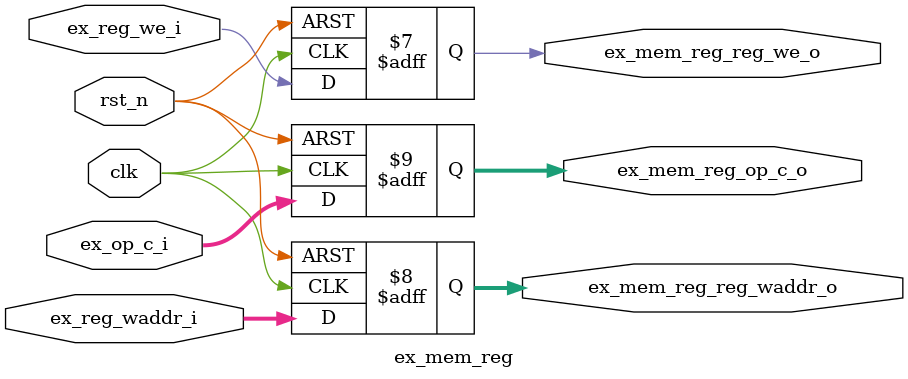
<source format=v>
module ex_mem_reg (
    input   wire                    clk,
    input   wire                    rst_n,
    //from ex
    input   wire            [31:0]  ex_op_c_i,
    input   wire            [4:0]   ex_reg_waddr_i,
    input   wire                    ex_reg_we_i,
    //to mem
    output  reg             [31:0]  ex_mem_reg_op_c_o,
    output  reg             [4:0]   ex_mem_reg_reg_waddr_o,
    output  reg                     ex_mem_reg_reg_we_o
);

    always @(posedge clk or negedge rst_n)begin
        if(rst_n == 1'b0)begin
            ex_mem_reg_op_c_o <= 32'h0;
        end
        else begin
            ex_mem_reg_op_c_o <= ex_op_c_i;
        end
    end

    always @(posedge clk or negedge rst_n)begin
        if(rst_n == 1'b0)begin
            ex_mem_reg_reg_waddr_o <= 5'h0;
        end
        else begin
            ex_mem_reg_reg_waddr_o <= ex_reg_waddr_i;
        end
    end

    always @(posedge clk or negedge rst_n)begin
        if(rst_n == 1'b0)begin
            ex_mem_reg_reg_we_o <= 1'b0;
        end
        else begin
            ex_mem_reg_reg_we_o <= ex_reg_we_i;
        end
    end


endmodule
</source>
